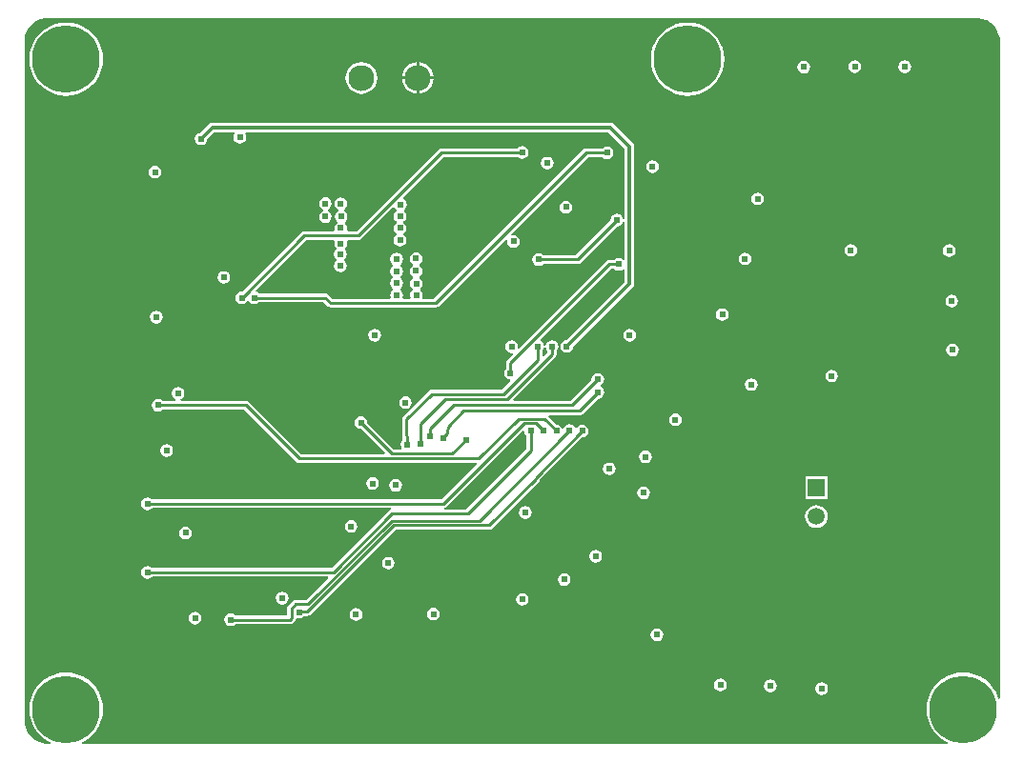
<source format=gbl>
G04*
G04 #@! TF.GenerationSoftware,Altium Limited,Altium Designer,22.3.1 (43)*
G04*
G04 Layer_Physical_Order=4*
G04 Layer_Color=1930808*
%FSLAX25Y25*%
%MOIN*%
G70*
G04*
G04 #@! TF.SameCoordinates,91043D3C-B3B0-4B29-AF2B-9C81C1E79443*
G04*
G04*
G04 #@! TF.FilePolarity,Positive*
G04*
G01*
G75*
%ADD15C,0.01000*%
%ADD88C,0.01200*%
%ADD94R,0.05906X0.05906*%
%ADD95C,0.05906*%
%ADD96C,0.09055*%
%ADD97C,0.02400*%
%ADD98C,0.23622*%
G36*
X336407Y1860D02*
X337928Y1286D01*
X339307Y426D01*
X340492Y-686D01*
X341437Y-2008D01*
X342107Y-3489D01*
X342475Y-5072D01*
X342501Y-5884D01*
X342501Y-6384D01*
Y-13414D01*
Y-15758D01*
Y-22696D01*
Y-40558D01*
Y-42272D01*
Y-46457D01*
Y-49765D01*
Y-53424D01*
Y-62042D01*
Y-64058D01*
Y-68986D01*
Y-72258D01*
Y-76800D01*
Y-79300D01*
Y-84250D01*
Y-88700D01*
Y-93557D01*
Y-97872D01*
Y-103286D01*
Y-108042D01*
Y-110972D01*
Y-114386D01*
Y-119315D01*
Y-123200D01*
X342501Y-128419D01*
Y-133358D01*
Y-137642D01*
Y-141658D01*
Y-146592D01*
Y-151496D01*
Y-155700D01*
Y-158557D01*
Y-163472D01*
Y-168413D01*
Y-172371D01*
Y-175219D01*
Y-180172D01*
Y-184057D01*
Y-187842D01*
Y-191910D01*
Y-196472D01*
Y-201370D01*
Y-205629D01*
Y-210572D01*
Y-215356D01*
Y-226949D01*
Y-231742D01*
Y-236102D01*
X342002Y-236161D01*
X341922Y-235829D01*
X341150Y-233966D01*
X340096Y-232247D01*
X338787Y-230713D01*
X337253Y-229404D01*
X335534Y-228350D01*
X333671Y-227578D01*
X331710Y-227108D01*
X329700Y-226949D01*
X327690Y-227108D01*
X325729Y-227578D01*
X323866Y-228350D01*
X322147Y-229404D01*
X320613Y-230713D01*
X319304Y-232247D01*
X318250Y-233966D01*
X317478Y-235829D01*
X317008Y-237790D01*
X316849Y-239800D01*
X317008Y-241810D01*
X317478Y-243771D01*
X318250Y-245634D01*
X319304Y-247353D01*
X320613Y-248887D01*
X322147Y-250196D01*
X323866Y-251250D01*
X324255Y-251411D01*
X324157Y-251902D01*
X21643Y-251902D01*
X21545Y-251411D01*
X21934Y-251250D01*
X23653Y-250196D01*
X25187Y-248887D01*
X26496Y-247353D01*
X27550Y-245634D01*
X28322Y-243771D01*
X28792Y-241810D01*
X28951Y-239800D01*
X28792Y-237790D01*
X28322Y-235829D01*
X27550Y-233966D01*
X26496Y-232247D01*
X25187Y-230713D01*
X23653Y-229404D01*
X21934Y-228350D01*
X20071Y-227578D01*
X18110Y-227108D01*
X16100Y-226949D01*
X14090Y-227108D01*
X12129Y-227578D01*
X10266Y-228350D01*
X8547Y-229404D01*
X7013Y-230713D01*
X5704Y-232247D01*
X4650Y-233966D01*
X3878Y-235829D01*
X3408Y-237790D01*
X3249Y-239800D01*
X3408Y-241810D01*
X3878Y-243771D01*
X4650Y-245634D01*
X5704Y-247353D01*
X7013Y-248887D01*
X8547Y-250196D01*
X10266Y-251250D01*
X10655Y-251411D01*
X10558Y-251902D01*
X10007D01*
X9195Y-251927D01*
X7592Y-251660D01*
X6072Y-251085D01*
X4693Y-250226D01*
X3508Y-249114D01*
X2563Y-247792D01*
X1893Y-246311D01*
X1525Y-244728D01*
X1499Y-243916D01*
X1499Y-243916D01*
X1498Y-243416D01*
X1498Y-6408D01*
X1473Y-5596D01*
X1740Y-3993D01*
X2314Y-2472D01*
X3174Y-1093D01*
X4286Y92D01*
X5608Y1037D01*
X7089Y1707D01*
X8672Y2075D01*
X9486Y2101D01*
X9490Y2101D01*
X9494Y2101D01*
X9498Y2101D01*
X9500Y2101D01*
X9500Y2101D01*
X333992Y2101D01*
X334804Y2127D01*
X336407Y1860D01*
D02*
G37*
%LPC*%
G36*
X291800Y-12657D02*
X290942Y-12828D01*
X290214Y-13314D01*
X289728Y-14042D01*
X289557Y-14900D01*
X289728Y-15758D01*
X290214Y-16486D01*
X290942Y-16972D01*
X291800Y-17143D01*
X292658Y-16972D01*
X293386Y-16486D01*
X293872Y-15758D01*
X294043Y-14900D01*
X293872Y-14042D01*
X293386Y-13314D01*
X292658Y-12828D01*
X291800Y-12657D01*
D02*
G37*
G36*
X309300Y-12757D02*
X308442Y-12928D01*
X307714Y-13414D01*
X307228Y-14142D01*
X307057Y-15000D01*
X307228Y-15858D01*
X307714Y-16586D01*
X308442Y-17072D01*
X309300Y-17243D01*
X310158Y-17072D01*
X310886Y-16586D01*
X311372Y-15858D01*
X311543Y-15000D01*
X311372Y-14142D01*
X310886Y-13414D01*
X310158Y-12928D01*
X309300Y-12757D01*
D02*
G37*
G36*
X274000Y-12857D02*
X273142Y-13028D01*
X272414Y-13514D01*
X271928Y-14242D01*
X271757Y-15100D01*
X271928Y-15958D01*
X272414Y-16686D01*
X273142Y-17172D01*
X274000Y-17343D01*
X274858Y-17172D01*
X275586Y-16686D01*
X276072Y-15958D01*
X276243Y-15100D01*
X276072Y-14242D01*
X275586Y-13514D01*
X274858Y-13028D01*
X274000Y-12857D01*
D02*
G37*
G36*
X139500Y-13391D02*
Y-18400D01*
X144509D01*
X144385Y-17457D01*
X143828Y-16112D01*
X142942Y-14958D01*
X141788Y-14072D01*
X140443Y-13515D01*
X139500Y-13391D01*
D02*
G37*
G36*
X138500D02*
X137557Y-13515D01*
X136212Y-14072D01*
X135058Y-14958D01*
X134172Y-16112D01*
X133615Y-17457D01*
X133491Y-18400D01*
X138500D01*
Y-13391D01*
D02*
G37*
G36*
X144509Y-19400D02*
X139500D01*
Y-24409D01*
X140443Y-24285D01*
X141788Y-23728D01*
X142942Y-22842D01*
X143828Y-21688D01*
X144385Y-20343D01*
X144509Y-19400D01*
D02*
G37*
G36*
X138500D02*
X133491D01*
X133615Y-20343D01*
X134172Y-21688D01*
X135058Y-22842D01*
X136212Y-23728D01*
X137557Y-24285D01*
X138500Y-24409D01*
Y-19400D01*
D02*
G37*
G36*
X119315Y-13325D02*
X117872Y-13515D01*
X116527Y-14072D01*
X115373Y-14958D01*
X114487Y-16112D01*
X113930Y-17457D01*
X113740Y-18900D01*
X113930Y-20343D01*
X114487Y-21688D01*
X115373Y-22842D01*
X116527Y-23728D01*
X117872Y-24285D01*
X119315Y-24475D01*
X120758Y-24285D01*
X122103Y-23728D01*
X123257Y-22842D01*
X124143Y-21688D01*
X124700Y-20343D01*
X124890Y-18900D01*
X124700Y-17457D01*
X124143Y-16112D01*
X123257Y-14958D01*
X122103Y-14072D01*
X120758Y-13515D01*
X119315Y-13325D01*
D02*
G37*
G36*
X233300Y551D02*
X231290Y392D01*
X229329Y-78D01*
X227466Y-850D01*
X225747Y-1904D01*
X224213Y-3213D01*
X222904Y-4747D01*
X221850Y-6466D01*
X221078Y-8329D01*
X220608Y-10290D01*
X220449Y-12300D01*
X220608Y-14310D01*
X221078Y-16271D01*
X221850Y-18134D01*
X222904Y-19853D01*
X224213Y-21387D01*
X225747Y-22696D01*
X227466Y-23750D01*
X229329Y-24522D01*
X231290Y-24992D01*
X233300Y-25151D01*
X235310Y-24992D01*
X237271Y-24522D01*
X239134Y-23750D01*
X240853Y-22696D01*
X242387Y-21387D01*
X243696Y-19853D01*
X244750Y-18134D01*
X245522Y-16271D01*
X245992Y-14310D01*
X246151Y-12300D01*
X245992Y-10290D01*
X245522Y-8329D01*
X244750Y-6466D01*
X243696Y-4747D01*
X242387Y-3213D01*
X240853Y-1904D01*
X239134Y-850D01*
X237271Y-78D01*
X235310Y392D01*
X233300Y551D01*
D02*
G37*
G36*
X16100D02*
X14090Y392D01*
X12129Y-78D01*
X10266Y-850D01*
X8547Y-1904D01*
X7013Y-3213D01*
X5704Y-4747D01*
X4650Y-6466D01*
X3878Y-8329D01*
X3408Y-10290D01*
X3249Y-12300D01*
X3408Y-14310D01*
X3878Y-16271D01*
X4650Y-18134D01*
X5704Y-19853D01*
X7013Y-21387D01*
X8547Y-22696D01*
X10266Y-23750D01*
X12129Y-24522D01*
X14090Y-24992D01*
X16100Y-25151D01*
X18110Y-24992D01*
X20071Y-24522D01*
X21934Y-23750D01*
X23653Y-22696D01*
X25187Y-21387D01*
X26496Y-19853D01*
X27550Y-18134D01*
X28322Y-16271D01*
X28792Y-14310D01*
X28951Y-12300D01*
X28792Y-10290D01*
X28322Y-8329D01*
X27550Y-6466D01*
X26496Y-4747D01*
X25187Y-3213D01*
X23653Y-1904D01*
X21934Y-850D01*
X20071Y-78D01*
X18110Y392D01*
X16100Y551D01*
D02*
G37*
G36*
X175500Y-42757D02*
X174642Y-42928D01*
X173914Y-43414D01*
X173876Y-43471D01*
X147282D01*
X146696Y-43587D01*
X146200Y-43919D01*
X117548Y-72571D01*
X114519D01*
X114210Y-72071D01*
X114343Y-71400D01*
X114172Y-70542D01*
X113686Y-69814D01*
X113491Y-69683D01*
Y-69183D01*
X113786Y-68986D01*
X114272Y-68258D01*
X114443Y-67400D01*
X114272Y-66542D01*
X113786Y-65814D01*
X113169Y-65402D01*
X113127Y-64991D01*
X113158Y-64839D01*
X113686Y-64486D01*
X114172Y-63758D01*
X114343Y-62900D01*
X114172Y-62042D01*
X113686Y-61314D01*
X112958Y-60828D01*
X112100Y-60657D01*
X111242Y-60828D01*
X110514Y-61314D01*
X110028Y-62042D01*
X109857Y-62900D01*
X110028Y-63758D01*
X110514Y-64486D01*
X111131Y-64899D01*
X111173Y-65309D01*
X111142Y-65461D01*
X110614Y-65814D01*
X110128Y-66542D01*
X109957Y-67400D01*
X110128Y-68258D01*
X110614Y-68986D01*
X110809Y-69117D01*
Y-69617D01*
X110514Y-69814D01*
X110028Y-70542D01*
X109857Y-71400D01*
X109990Y-72071D01*
X109681Y-72571D01*
X99200D01*
X98615Y-72687D01*
X98119Y-73019D01*
X77567Y-93570D01*
X77500Y-93557D01*
X76642Y-93728D01*
X75914Y-94214D01*
X75428Y-94942D01*
X75257Y-95800D01*
X75428Y-96658D01*
X75914Y-97386D01*
X76642Y-97872D01*
X77500Y-98043D01*
X78358Y-97872D01*
X79086Y-97386D01*
X79406Y-96907D01*
X79994D01*
X80314Y-97386D01*
X81042Y-97872D01*
X81900Y-98043D01*
X82758Y-97872D01*
X83486Y-97386D01*
X83524Y-97329D01*
X105915D01*
X107367Y-98781D01*
X107863Y-99113D01*
X108449Y-99229D01*
X145218D01*
X145804Y-99113D01*
X146300Y-98781D01*
X169937Y-75144D01*
X170398Y-75390D01*
X170257Y-76100D01*
X170428Y-76958D01*
X170914Y-77686D01*
X171642Y-78172D01*
X172500Y-78343D01*
X173358Y-78172D01*
X174086Y-77686D01*
X174572Y-76958D01*
X174743Y-76100D01*
X174572Y-75242D01*
X174086Y-74514D01*
X173358Y-74028D01*
X172500Y-73857D01*
X171790Y-73998D01*
X171544Y-73537D01*
X198452Y-46629D01*
X203576D01*
X203614Y-46686D01*
X204342Y-47172D01*
X205200Y-47343D01*
X206058Y-47172D01*
X206786Y-46686D01*
X207272Y-45958D01*
X207443Y-45100D01*
X207272Y-44242D01*
X206786Y-43514D01*
X206058Y-43028D01*
X205200Y-42857D01*
X204342Y-43028D01*
X203614Y-43514D01*
X203576Y-43571D01*
X197818D01*
X197233Y-43687D01*
X196737Y-44019D01*
X144585Y-96171D01*
X140760D01*
X140525Y-95730D01*
X140572Y-95658D01*
X140743Y-94800D01*
X140572Y-93942D01*
X140086Y-93214D01*
X139841Y-93050D01*
Y-92550D01*
X140086Y-92386D01*
X140572Y-91658D01*
X140743Y-90800D01*
X140572Y-89942D01*
X140086Y-89214D01*
X139567Y-88867D01*
X139530Y-88296D01*
X139533Y-88289D01*
X139986Y-87986D01*
X140472Y-87258D01*
X140643Y-86400D01*
X140472Y-85542D01*
X139986Y-84814D01*
X139592Y-84551D01*
Y-83949D01*
X139986Y-83686D01*
X140472Y-82958D01*
X140643Y-82100D01*
X140472Y-81242D01*
X139986Y-80514D01*
X139258Y-80028D01*
X138400Y-79857D01*
X137542Y-80028D01*
X136814Y-80514D01*
X136328Y-81242D01*
X136157Y-82100D01*
X136328Y-82958D01*
X136814Y-83686D01*
X137208Y-83949D01*
Y-84551D01*
X136814Y-84814D01*
X136328Y-85542D01*
X136157Y-86400D01*
X136328Y-87258D01*
X136814Y-87986D01*
X137333Y-88333D01*
X137370Y-88904D01*
X137367Y-88911D01*
X136914Y-89214D01*
X136428Y-89942D01*
X136257Y-90800D01*
X136428Y-91658D01*
X136914Y-92386D01*
X137159Y-92550D01*
Y-93050D01*
X136914Y-93214D01*
X136428Y-93942D01*
X136257Y-94800D01*
X136428Y-95658D01*
X136475Y-95730D01*
X136240Y-96171D01*
X134019D01*
X133710Y-95671D01*
X133843Y-95000D01*
X133672Y-94142D01*
X133186Y-93414D01*
X132792Y-93151D01*
Y-92549D01*
X133186Y-92286D01*
X133672Y-91558D01*
X133843Y-90700D01*
X133672Y-89842D01*
X133186Y-89114D01*
X132866Y-88900D01*
Y-88400D01*
X133186Y-88186D01*
X133672Y-87458D01*
X133843Y-86600D01*
X133672Y-85742D01*
X133186Y-85014D01*
X132792Y-84751D01*
Y-84149D01*
X133186Y-83886D01*
X133672Y-83158D01*
X133843Y-82300D01*
X133672Y-81442D01*
X133186Y-80714D01*
X132458Y-80228D01*
X131600Y-80057D01*
X130742Y-80228D01*
X130014Y-80714D01*
X129528Y-81442D01*
X129357Y-82300D01*
X129528Y-83158D01*
X130014Y-83886D01*
X130408Y-84149D01*
Y-84751D01*
X130014Y-85014D01*
X129528Y-85742D01*
X129357Y-86600D01*
X129528Y-87458D01*
X130014Y-88186D01*
X130334Y-88400D01*
Y-88900D01*
X130014Y-89114D01*
X129528Y-89842D01*
X129357Y-90700D01*
X129528Y-91558D01*
X130014Y-92286D01*
X130408Y-92549D01*
Y-93151D01*
X130014Y-93414D01*
X129528Y-94142D01*
X129357Y-95000D01*
X129490Y-95671D01*
X129181Y-96171D01*
X109082D01*
X107630Y-94719D01*
X107134Y-94387D01*
X106549Y-94271D01*
X83524D01*
X83486Y-94214D01*
X82758Y-93728D01*
X82425Y-93661D01*
X82280Y-93183D01*
X99834Y-75629D01*
X109681D01*
X109990Y-76129D01*
X109857Y-76800D01*
X110028Y-77658D01*
X110495Y-78358D01*
X110559Y-78499D01*
Y-78917D01*
X110414Y-79014D01*
X109928Y-79742D01*
X109757Y-80600D01*
X109928Y-81458D01*
X110414Y-82186D01*
X110734Y-82400D01*
Y-82900D01*
X110414Y-83114D01*
X109928Y-83842D01*
X109757Y-84700D01*
X109928Y-85558D01*
X110414Y-86286D01*
X111142Y-86772D01*
X112000Y-86943D01*
X112858Y-86772D01*
X113586Y-86286D01*
X114072Y-85558D01*
X114243Y-84700D01*
X114072Y-83842D01*
X113586Y-83114D01*
X113266Y-82900D01*
Y-82400D01*
X113586Y-82186D01*
X114072Y-81458D01*
X114243Y-80600D01*
X114072Y-79742D01*
X113605Y-79042D01*
X113540Y-78901D01*
Y-78483D01*
X113686Y-78386D01*
X114172Y-77658D01*
X114343Y-76800D01*
X114210Y-76129D01*
X114519Y-75629D01*
X118182D01*
X118767Y-75513D01*
X119263Y-75181D01*
X130361Y-64083D01*
X130934Y-64218D01*
X131314Y-64786D01*
X131508Y-64916D01*
Y-65517D01*
X131214Y-65714D01*
X130728Y-66442D01*
X130557Y-67300D01*
X130728Y-68158D01*
X131214Y-68886D01*
X131534Y-69100D01*
Y-69600D01*
X131214Y-69814D01*
X130728Y-70542D01*
X130557Y-71400D01*
X130728Y-72258D01*
X131214Y-72986D01*
X131533Y-73199D01*
Y-73801D01*
X131214Y-74014D01*
X130728Y-74742D01*
X130557Y-75600D01*
X130728Y-76458D01*
X131214Y-77186D01*
X131942Y-77672D01*
X132800Y-77843D01*
X133658Y-77672D01*
X134386Y-77186D01*
X134872Y-76458D01*
X135043Y-75600D01*
X134872Y-74742D01*
X134386Y-74014D01*
X134067Y-73801D01*
Y-73199D01*
X134386Y-72986D01*
X134872Y-72258D01*
X135043Y-71400D01*
X134872Y-70542D01*
X134386Y-69814D01*
X134066Y-69600D01*
Y-69100D01*
X134386Y-68886D01*
X134872Y-68158D01*
X135043Y-67300D01*
X134872Y-66442D01*
X134386Y-65714D01*
X134192Y-65584D01*
Y-64983D01*
X134486Y-64786D01*
X134972Y-64058D01*
X135143Y-63200D01*
X134972Y-62342D01*
X134486Y-61614D01*
X133918Y-61234D01*
X133783Y-60662D01*
X147915Y-46529D01*
X173876D01*
X173914Y-46586D01*
X174642Y-47072D01*
X175500Y-47243D01*
X176358Y-47072D01*
X177086Y-46586D01*
X177572Y-45858D01*
X177743Y-45000D01*
X177572Y-44142D01*
X177086Y-43414D01*
X176358Y-42928D01*
X175500Y-42757D01*
D02*
G37*
G36*
X184300Y-46457D02*
X183442Y-46628D01*
X182714Y-47114D01*
X182228Y-47842D01*
X182057Y-48700D01*
X182228Y-49558D01*
X182714Y-50286D01*
X183442Y-50772D01*
X184300Y-50943D01*
X185158Y-50772D01*
X185886Y-50286D01*
X186372Y-49558D01*
X186543Y-48700D01*
X186372Y-47842D01*
X185886Y-47114D01*
X185158Y-46628D01*
X184300Y-46457D01*
D02*
G37*
G36*
X221100Y-47657D02*
X220242Y-47828D01*
X219514Y-48314D01*
X219028Y-49042D01*
X218857Y-49900D01*
X219028Y-50758D01*
X219514Y-51486D01*
X220242Y-51972D01*
X221100Y-52143D01*
X221958Y-51972D01*
X222686Y-51486D01*
X223172Y-50758D01*
X223343Y-49900D01*
X223172Y-49042D01*
X222686Y-48314D01*
X221958Y-47828D01*
X221100Y-47657D01*
D02*
G37*
G36*
X47150Y-49594D02*
X46292Y-49765D01*
X45564Y-50251D01*
X45078Y-50979D01*
X44907Y-51837D01*
X45078Y-52696D01*
X45564Y-53424D01*
X46292Y-53910D01*
X47150Y-54080D01*
X48009Y-53910D01*
X48737Y-53424D01*
X49223Y-52696D01*
X49393Y-51837D01*
X49223Y-50979D01*
X48737Y-50251D01*
X48009Y-49765D01*
X47150Y-49594D01*
D02*
G37*
G36*
X257800Y-58957D02*
X256942Y-59128D01*
X256214Y-59614D01*
X255728Y-60342D01*
X255557Y-61200D01*
X255728Y-62058D01*
X256214Y-62786D01*
X256942Y-63272D01*
X257800Y-63443D01*
X258658Y-63272D01*
X259386Y-62786D01*
X259872Y-62058D01*
X260043Y-61200D01*
X259872Y-60342D01*
X259386Y-59614D01*
X258658Y-59128D01*
X257800Y-58957D01*
D02*
G37*
G36*
X190800Y-61857D02*
X189942Y-62028D01*
X189214Y-62514D01*
X188728Y-63242D01*
X188557Y-64100D01*
X188728Y-64958D01*
X189214Y-65686D01*
X189942Y-66172D01*
X190800Y-66343D01*
X191658Y-66172D01*
X192386Y-65686D01*
X192872Y-64958D01*
X193043Y-64100D01*
X192872Y-63242D01*
X192386Y-62514D01*
X191658Y-62028D01*
X190800Y-61857D01*
D02*
G37*
G36*
X206300Y-34569D02*
X67200D01*
X66576Y-34693D01*
X66047Y-35046D01*
X63120Y-37973D01*
X62342Y-38128D01*
X61614Y-38614D01*
X61128Y-39342D01*
X60957Y-40200D01*
X61128Y-41058D01*
X61614Y-41786D01*
X62342Y-42272D01*
X63200Y-42443D01*
X64058Y-42272D01*
X64786Y-41786D01*
X65272Y-41058D01*
X65427Y-40280D01*
X67876Y-37831D01*
X74805D01*
X75069Y-38331D01*
X74728Y-38842D01*
X74557Y-39700D01*
X74728Y-40558D01*
X75214Y-41286D01*
X75942Y-41772D01*
X76800Y-41943D01*
X77658Y-41772D01*
X78386Y-41286D01*
X78872Y-40558D01*
X79043Y-39700D01*
X78872Y-38842D01*
X78531Y-38331D01*
X78795Y-37831D01*
X205624D01*
X211369Y-43576D01*
Y-68002D01*
X211218Y-68439D01*
X211218Y-68439D01*
Y-68439D01*
X210869Y-68473D01*
X210859Y-68427D01*
X210741Y-67832D01*
X210255Y-67104D01*
X209527Y-66618D01*
X208669Y-66447D01*
X207810Y-66618D01*
X207083Y-67104D01*
X206596Y-67832D01*
X206426Y-68690D01*
X206439Y-68757D01*
X194325Y-80871D01*
X182924D01*
X182886Y-80814D01*
X182158Y-80328D01*
X181300Y-80157D01*
X180442Y-80328D01*
X179714Y-80814D01*
X179228Y-81542D01*
X179057Y-82400D01*
X179228Y-83258D01*
X179714Y-83986D01*
X180442Y-84472D01*
X181300Y-84643D01*
X182158Y-84472D01*
X182886Y-83986D01*
X182924Y-83929D01*
X194959D01*
X195544Y-83813D01*
X196040Y-83481D01*
X208602Y-70920D01*
X208669Y-70933D01*
X209527Y-70763D01*
X210255Y-70276D01*
X210741Y-69549D01*
X210859Y-68953D01*
X210869Y-68907D01*
X211218Y-68941D01*
Y-68941D01*
X211218Y-68941D01*
X211369Y-69379D01*
Y-82375D01*
X211093Y-82458D01*
X210869Y-82502D01*
X210158Y-82028D01*
X209300Y-81857D01*
X208442Y-82028D01*
X207714Y-82514D01*
X207676Y-82571D01*
X205982D01*
X205396Y-82687D01*
X204900Y-83019D01*
X174437Y-113481D01*
X173976Y-113235D01*
X174043Y-112900D01*
X173872Y-112042D01*
X173386Y-111314D01*
X172658Y-110828D01*
X171800Y-110657D01*
X170942Y-110828D01*
X170214Y-111314D01*
X169728Y-112042D01*
X169557Y-112900D01*
X169728Y-113758D01*
X170214Y-114486D01*
X170942Y-114972D01*
X171800Y-115143D01*
X172135Y-115076D01*
X172381Y-115537D01*
X170319Y-117600D01*
X169987Y-118096D01*
X169871Y-118682D01*
Y-120576D01*
X169814Y-120614D01*
X169328Y-121342D01*
X169157Y-122200D01*
X169328Y-123058D01*
X169814Y-123786D01*
X170542Y-124272D01*
X171222Y-124408D01*
X171429Y-124908D01*
X168367Y-127971D01*
X143900D01*
X143315Y-128087D01*
X142819Y-128419D01*
X133919Y-137319D01*
X133587Y-137815D01*
X133471Y-138400D01*
Y-143983D01*
X133587Y-144568D01*
X133753Y-144817D01*
Y-145559D01*
X133697Y-145597D01*
X133211Y-146325D01*
X133040Y-147183D01*
X133211Y-148041D01*
X133387Y-148306D01*
X133120Y-148806D01*
X130569D01*
X121348Y-139585D01*
X121371Y-139472D01*
X121200Y-138614D01*
X120714Y-137886D01*
X119986Y-137400D01*
X119128Y-137229D01*
X118269Y-137400D01*
X117541Y-137886D01*
X117055Y-138614D01*
X116884Y-139472D01*
X117055Y-140331D01*
X117541Y-141059D01*
X118269Y-141545D01*
X119128Y-141716D01*
X119149Y-141711D01*
X127496Y-150059D01*
X127304Y-150521D01*
X98191D01*
X79989Y-132319D01*
X79493Y-131987D01*
X78908Y-131871D01*
X56116D01*
X56058Y-131372D01*
X56786Y-130886D01*
X57272Y-130158D01*
X57443Y-129300D01*
X57272Y-128442D01*
X56786Y-127714D01*
X56058Y-127228D01*
X55200Y-127057D01*
X54342Y-127228D01*
X53614Y-127714D01*
X53128Y-128442D01*
X52957Y-129300D01*
X53128Y-130158D01*
X53614Y-130886D01*
X54342Y-131372D01*
X54284Y-131871D01*
X49824D01*
X49786Y-131814D01*
X49058Y-131328D01*
X48200Y-131157D01*
X47342Y-131328D01*
X46614Y-131814D01*
X46128Y-132542D01*
X45957Y-133400D01*
X46128Y-134258D01*
X46614Y-134986D01*
X47342Y-135472D01*
X48200Y-135643D01*
X49058Y-135472D01*
X49786Y-134986D01*
X49824Y-134929D01*
X78274D01*
X96476Y-153131D01*
X96973Y-153463D01*
X97558Y-153579D01*
X159504D01*
X159696Y-154041D01*
X147366Y-166371D01*
X46124D01*
X46086Y-166314D01*
X45358Y-165828D01*
X44500Y-165657D01*
X43642Y-165828D01*
X42914Y-166314D01*
X42428Y-167042D01*
X42257Y-167900D01*
X42428Y-168758D01*
X42914Y-169486D01*
X43642Y-169972D01*
X44500Y-170143D01*
X45358Y-169972D01*
X46086Y-169486D01*
X46124Y-169429D01*
X129655D01*
X129704Y-169929D01*
X129415Y-169987D01*
X128919Y-170319D01*
X108867Y-190371D01*
X46127D01*
X46096Y-190323D01*
X45368Y-189837D01*
X44510Y-189666D01*
X43651Y-189837D01*
X42924Y-190323D01*
X42437Y-191051D01*
X42266Y-191910D01*
X42437Y-192768D01*
X42924Y-193496D01*
X43651Y-193982D01*
X44510Y-194153D01*
X45368Y-193982D01*
X46096Y-193496D01*
X46140Y-193429D01*
X107533D01*
X107724Y-193891D01*
X100045Y-201571D01*
X96382D01*
X95796Y-201687D01*
X95300Y-202019D01*
X93719Y-203600D01*
X93387Y-204096D01*
X93271Y-204682D01*
Y-206918D01*
X93228Y-206971D01*
X75224D01*
X75186Y-206914D01*
X74458Y-206428D01*
X73600Y-206257D01*
X72742Y-206428D01*
X72014Y-206914D01*
X71528Y-207642D01*
X71357Y-208500D01*
X71528Y-209358D01*
X72014Y-210086D01*
X72742Y-210572D01*
X73600Y-210743D01*
X74458Y-210572D01*
X75186Y-210086D01*
X75224Y-210029D01*
X94382D01*
X94967Y-209913D01*
X95463Y-209581D01*
X96049Y-208996D01*
X96380Y-208500D01*
X96420Y-208299D01*
X96617Y-207921D01*
X96986Y-207941D01*
X97500Y-208043D01*
X98358Y-207872D01*
X99086Y-207386D01*
X99191Y-207229D01*
X100200D01*
X100785Y-207113D01*
X101281Y-206781D01*
X131133Y-176929D01*
X164000D01*
X164585Y-176813D01*
X165081Y-176481D01*
X181198Y-160365D01*
X181529Y-159869D01*
X181612Y-159451D01*
X196433Y-144630D01*
X196500Y-144643D01*
X197358Y-144472D01*
X198086Y-143986D01*
X198572Y-143258D01*
X198743Y-142400D01*
X198572Y-141542D01*
X198086Y-140814D01*
X197358Y-140328D01*
X196500Y-140157D01*
X195642Y-140328D01*
X194914Y-140814D01*
X194612Y-141266D01*
X194606Y-141268D01*
X194033Y-141232D01*
X193687Y-140714D01*
X192959Y-140228D01*
X192101Y-140057D01*
X191243Y-140228D01*
X190515Y-140714D01*
X190045Y-141417D01*
X189900Y-141455D01*
X189516Y-141457D01*
X189086Y-140814D01*
X188358Y-140328D01*
X187500Y-140157D01*
X187433Y-140170D01*
X184692Y-137429D01*
X184899Y-136929D01*
X195500D01*
X196085Y-136813D01*
X196581Y-136481D01*
X201933Y-131130D01*
X202000Y-131143D01*
X202858Y-130972D01*
X203586Y-130486D01*
X204072Y-129758D01*
X204243Y-128900D01*
X204072Y-128042D01*
X203586Y-127314D01*
X203008Y-126928D01*
X202992Y-126878D01*
Y-126422D01*
X203008Y-126372D01*
X203586Y-125986D01*
X204072Y-125258D01*
X204243Y-124400D01*
X204072Y-123542D01*
X203586Y-122814D01*
X202858Y-122328D01*
X202000Y-122157D01*
X201142Y-122328D01*
X200414Y-122814D01*
X199928Y-123542D01*
X199757Y-124400D01*
X199770Y-124467D01*
X192367Y-131871D01*
X172546D01*
X172354Y-131409D01*
X187081Y-116681D01*
X187413Y-116185D01*
X187529Y-115600D01*
Y-114524D01*
X187586Y-114486D01*
X188072Y-113758D01*
X188243Y-112900D01*
X188072Y-112042D01*
X187586Y-111314D01*
X186858Y-110828D01*
X186000Y-110657D01*
X185142Y-110828D01*
X184414Y-111314D01*
X183928Y-112042D01*
X183757Y-112900D01*
X183928Y-113758D01*
X184414Y-114486D01*
X184417Y-114488D01*
X184447Y-114990D01*
X182991Y-116446D01*
X182529Y-116254D01*
Y-114524D01*
X182586Y-114486D01*
X183072Y-113758D01*
X183243Y-112900D01*
X183072Y-112042D01*
X182586Y-111314D01*
X182018Y-110934D01*
X181883Y-110362D01*
X206615Y-85629D01*
X207676D01*
X207714Y-85686D01*
X208442Y-86172D01*
X209300Y-86343D01*
X210158Y-86172D01*
X210869Y-85698D01*
X211093Y-85742D01*
X211369Y-85825D01*
Y-90224D01*
X191020Y-110573D01*
X190242Y-110728D01*
X189514Y-111214D01*
X189028Y-111942D01*
X188857Y-112800D01*
X189028Y-113658D01*
X189514Y-114386D01*
X190242Y-114872D01*
X191100Y-115043D01*
X191958Y-114872D01*
X192686Y-114386D01*
X193172Y-113658D01*
X193327Y-112880D01*
X214154Y-92054D01*
X214507Y-91524D01*
X214631Y-90900D01*
Y-42900D01*
X214507Y-42276D01*
X214154Y-41747D01*
X207453Y-35046D01*
X206924Y-34693D01*
X206300Y-34569D01*
D02*
G37*
G36*
X106700Y-60557D02*
X105842Y-60728D01*
X105114Y-61214D01*
X104628Y-61942D01*
X104457Y-62800D01*
X104628Y-63658D01*
X105114Y-64386D01*
X105779Y-64830D01*
X105813Y-65100D01*
X105779Y-65370D01*
X105114Y-65814D01*
X104628Y-66542D01*
X104457Y-67400D01*
X104628Y-68258D01*
X105114Y-68986D01*
X105842Y-69472D01*
X106700Y-69643D01*
X107558Y-69472D01*
X108286Y-68986D01*
X108772Y-68258D01*
X108943Y-67400D01*
X108772Y-66542D01*
X108286Y-65814D01*
X107621Y-65370D01*
X107587Y-65100D01*
X107621Y-64830D01*
X108286Y-64386D01*
X108772Y-63658D01*
X108943Y-62800D01*
X108772Y-61942D01*
X108286Y-61214D01*
X107558Y-60728D01*
X106700Y-60557D01*
D02*
G37*
G36*
X290400Y-76957D02*
X289542Y-77128D01*
X288814Y-77614D01*
X288328Y-78342D01*
X288157Y-79200D01*
X288328Y-80058D01*
X288814Y-80786D01*
X289542Y-81272D01*
X290400Y-81443D01*
X291258Y-81272D01*
X291986Y-80786D01*
X292472Y-80058D01*
X292643Y-79200D01*
X292472Y-78342D01*
X291986Y-77614D01*
X291258Y-77128D01*
X290400Y-76957D01*
D02*
G37*
G36*
X324800Y-77057D02*
X323942Y-77228D01*
X323214Y-77714D01*
X322728Y-78442D01*
X322557Y-79300D01*
X322728Y-80158D01*
X323214Y-80886D01*
X323942Y-81372D01*
X324800Y-81543D01*
X325658Y-81372D01*
X326386Y-80886D01*
X326872Y-80158D01*
X327043Y-79300D01*
X326872Y-78442D01*
X326386Y-77714D01*
X325658Y-77228D01*
X324800Y-77057D01*
D02*
G37*
G36*
X253400Y-79957D02*
X252542Y-80128D01*
X251814Y-80614D01*
X251328Y-81342D01*
X251157Y-82200D01*
X251328Y-83058D01*
X251814Y-83786D01*
X252542Y-84272D01*
X253400Y-84443D01*
X254258Y-84272D01*
X254986Y-83786D01*
X255472Y-83058D01*
X255643Y-82200D01*
X255472Y-81342D01*
X254986Y-80614D01*
X254258Y-80128D01*
X253400Y-79957D01*
D02*
G37*
G36*
X71200Y-86457D02*
X70342Y-86628D01*
X69614Y-87114D01*
X69128Y-87842D01*
X68957Y-88700D01*
X69128Y-89558D01*
X69614Y-90286D01*
X70342Y-90772D01*
X71200Y-90943D01*
X72058Y-90772D01*
X72786Y-90286D01*
X73272Y-89558D01*
X73443Y-88700D01*
X73272Y-87842D01*
X72786Y-87114D01*
X72058Y-86628D01*
X71200Y-86457D01*
D02*
G37*
G36*
X325700Y-94757D02*
X324842Y-94928D01*
X324114Y-95414D01*
X323628Y-96142D01*
X323457Y-97000D01*
X323628Y-97858D01*
X324114Y-98586D01*
X324842Y-99072D01*
X325700Y-99243D01*
X326558Y-99072D01*
X327286Y-98586D01*
X327772Y-97858D01*
X327943Y-97000D01*
X327772Y-96142D01*
X327286Y-95414D01*
X326558Y-94928D01*
X325700Y-94757D01*
D02*
G37*
G36*
X245500Y-99457D02*
X244642Y-99628D01*
X243914Y-100114D01*
X243428Y-100842D01*
X243257Y-101700D01*
X243428Y-102558D01*
X243914Y-103286D01*
X244642Y-103772D01*
X245500Y-103943D01*
X246358Y-103772D01*
X247086Y-103286D01*
X247572Y-102558D01*
X247743Y-101700D01*
X247572Y-100842D01*
X247086Y-100114D01*
X246358Y-99628D01*
X245500Y-99457D01*
D02*
G37*
G36*
X47612Y-100341D02*
X46754Y-100512D01*
X46026Y-100998D01*
X45540Y-101726D01*
X45369Y-102585D01*
X45540Y-103443D01*
X46026Y-104171D01*
X46754Y-104657D01*
X47612Y-104828D01*
X48471Y-104657D01*
X49198Y-104171D01*
X49685Y-103443D01*
X49856Y-102585D01*
X49685Y-101726D01*
X49198Y-100998D01*
X48471Y-100512D01*
X47612Y-100341D01*
D02*
G37*
G36*
X213100Y-106657D02*
X212242Y-106828D01*
X211514Y-107314D01*
X211028Y-108042D01*
X210857Y-108900D01*
X211028Y-109758D01*
X211514Y-110486D01*
X212242Y-110972D01*
X213100Y-111143D01*
X213958Y-110972D01*
X214686Y-110486D01*
X215172Y-109758D01*
X215343Y-108900D01*
X215172Y-108042D01*
X214686Y-107314D01*
X213958Y-106828D01*
X213100Y-106657D01*
D02*
G37*
G36*
X124000D02*
X123142Y-106828D01*
X122414Y-107314D01*
X121928Y-108042D01*
X121757Y-108900D01*
X121928Y-109758D01*
X122414Y-110486D01*
X123142Y-110972D01*
X124000Y-111143D01*
X124858Y-110972D01*
X125586Y-110486D01*
X126072Y-109758D01*
X126243Y-108900D01*
X126072Y-108042D01*
X125586Y-107314D01*
X124858Y-106828D01*
X124000Y-106657D01*
D02*
G37*
G36*
X326000Y-111857D02*
X325142Y-112028D01*
X324414Y-112514D01*
X323928Y-113242D01*
X323757Y-114100D01*
X323928Y-114958D01*
X324414Y-115686D01*
X325142Y-116172D01*
X326000Y-116343D01*
X326858Y-116172D01*
X327586Y-115686D01*
X328072Y-114958D01*
X328243Y-114100D01*
X328072Y-113242D01*
X327586Y-112514D01*
X326858Y-112028D01*
X326000Y-111857D01*
D02*
G37*
G36*
X283700Y-120957D02*
X282842Y-121128D01*
X282114Y-121614D01*
X281628Y-122342D01*
X281457Y-123200D01*
X281628Y-124058D01*
X282114Y-124786D01*
X282842Y-125272D01*
X283700Y-125443D01*
X284558Y-125272D01*
X285286Y-124786D01*
X285772Y-124058D01*
X285943Y-123200D01*
X285772Y-122342D01*
X285286Y-121614D01*
X284558Y-121128D01*
X283700Y-120957D01*
D02*
G37*
G36*
X255600Y-123957D02*
X254742Y-124128D01*
X254014Y-124614D01*
X253528Y-125342D01*
X253357Y-126200D01*
X253528Y-127058D01*
X254014Y-127786D01*
X254742Y-128272D01*
X255600Y-128443D01*
X256458Y-128272D01*
X257186Y-127786D01*
X257672Y-127058D01*
X257843Y-126200D01*
X257672Y-125342D01*
X257186Y-124614D01*
X256458Y-124128D01*
X255600Y-123957D01*
D02*
G37*
G36*
X134700Y-130257D02*
X133842Y-130428D01*
X133114Y-130914D01*
X132628Y-131642D01*
X132457Y-132500D01*
X132628Y-133358D01*
X133114Y-134086D01*
X133842Y-134572D01*
X134700Y-134743D01*
X135558Y-134572D01*
X136286Y-134086D01*
X136772Y-133358D01*
X136943Y-132500D01*
X136772Y-131642D01*
X136286Y-130914D01*
X135558Y-130428D01*
X134700Y-130257D01*
D02*
G37*
G36*
X229100Y-136257D02*
X228242Y-136428D01*
X227514Y-136914D01*
X227028Y-137642D01*
X226857Y-138500D01*
X227028Y-139358D01*
X227514Y-140086D01*
X228242Y-140572D01*
X229100Y-140743D01*
X229958Y-140572D01*
X230686Y-140086D01*
X231172Y-139358D01*
X231343Y-138500D01*
X231172Y-137642D01*
X230686Y-136914D01*
X229958Y-136428D01*
X229100Y-136257D01*
D02*
G37*
G36*
X51200Y-147057D02*
X50342Y-147228D01*
X49614Y-147714D01*
X49128Y-148442D01*
X48957Y-149300D01*
X49128Y-150158D01*
X49614Y-150886D01*
X50342Y-151372D01*
X51200Y-151543D01*
X52058Y-151372D01*
X52786Y-150886D01*
X53272Y-150158D01*
X53443Y-149300D01*
X53272Y-148442D01*
X52786Y-147714D01*
X52058Y-147228D01*
X51200Y-147057D01*
D02*
G37*
G36*
X218600Y-149253D02*
X217742Y-149424D01*
X217014Y-149910D01*
X216528Y-150638D01*
X216357Y-151496D01*
X216528Y-152355D01*
X217014Y-153082D01*
X217742Y-153568D01*
X218600Y-153739D01*
X219458Y-153568D01*
X220186Y-153082D01*
X220672Y-152355D01*
X220843Y-151496D01*
X220672Y-150638D01*
X220186Y-149910D01*
X219458Y-149424D01*
X218600Y-149253D01*
D02*
G37*
G36*
X206000Y-153457D02*
X205142Y-153628D01*
X204414Y-154114D01*
X203928Y-154842D01*
X203757Y-155700D01*
X203928Y-156558D01*
X204414Y-157286D01*
X205142Y-157772D01*
X206000Y-157943D01*
X206858Y-157772D01*
X207586Y-157286D01*
X208072Y-156558D01*
X208243Y-155700D01*
X208072Y-154842D01*
X207586Y-154114D01*
X206858Y-153628D01*
X206000Y-153457D01*
D02*
G37*
G36*
X123200Y-158557D02*
X122342Y-158728D01*
X121614Y-159214D01*
X121128Y-159942D01*
X120957Y-160800D01*
X121128Y-161658D01*
X121614Y-162386D01*
X122342Y-162872D01*
X123200Y-163043D01*
X124058Y-162872D01*
X124786Y-162386D01*
X125272Y-161658D01*
X125443Y-160800D01*
X125272Y-159942D01*
X124786Y-159214D01*
X124058Y-158728D01*
X123200Y-158557D01*
D02*
G37*
G36*
X131300Y-159157D02*
X130442Y-159328D01*
X129714Y-159814D01*
X129228Y-160542D01*
X129057Y-161400D01*
X129228Y-162258D01*
X129714Y-162986D01*
X130442Y-163472D01*
X131300Y-163643D01*
X132158Y-163472D01*
X132886Y-162986D01*
X133372Y-162258D01*
X133543Y-161400D01*
X133372Y-160542D01*
X132886Y-159814D01*
X132158Y-159328D01*
X131300Y-159157D01*
D02*
G37*
G36*
X218000Y-161857D02*
X217142Y-162028D01*
X216414Y-162514D01*
X215928Y-163242D01*
X215757Y-164100D01*
X215928Y-164958D01*
X216414Y-165686D01*
X217142Y-166172D01*
X218000Y-166343D01*
X218858Y-166172D01*
X219586Y-165686D01*
X220072Y-164958D01*
X220243Y-164100D01*
X220072Y-163242D01*
X219586Y-162514D01*
X218858Y-162028D01*
X218000Y-161857D01*
D02*
G37*
G36*
X282353Y-158447D02*
X274447D01*
Y-166353D01*
X282353D01*
Y-158447D01*
D02*
G37*
G36*
X176600Y-168757D02*
X175742Y-168928D01*
X175014Y-169414D01*
X174528Y-170142D01*
X174357Y-171000D01*
X174528Y-171858D01*
X175014Y-172586D01*
X175742Y-173072D01*
X176600Y-173243D01*
X177458Y-173072D01*
X178186Y-172586D01*
X178672Y-171858D01*
X178843Y-171000D01*
X178672Y-170142D01*
X178186Y-169414D01*
X177458Y-168928D01*
X176600Y-168757D01*
D02*
G37*
G36*
X278400Y-168413D02*
X277368Y-168549D01*
X276407Y-168947D01*
X275581Y-169581D01*
X274947Y-170407D01*
X274549Y-171368D01*
X274413Y-172400D01*
X274549Y-173432D01*
X274947Y-174393D01*
X275581Y-175219D01*
X276407Y-175853D01*
X277368Y-176251D01*
X278400Y-176387D01*
X279432Y-176251D01*
X280393Y-175853D01*
X281219Y-175219D01*
X281853Y-174393D01*
X282251Y-173432D01*
X282387Y-172400D01*
X282251Y-171368D01*
X281853Y-170407D01*
X281219Y-169581D01*
X280393Y-168947D01*
X279432Y-168549D01*
X278400Y-168413D01*
D02*
G37*
G36*
X115700Y-173557D02*
X114842Y-173728D01*
X114114Y-174214D01*
X113628Y-174942D01*
X113457Y-175800D01*
X113628Y-176658D01*
X114114Y-177386D01*
X114842Y-177872D01*
X115700Y-178043D01*
X116558Y-177872D01*
X117286Y-177386D01*
X117772Y-176658D01*
X117943Y-175800D01*
X117772Y-174942D01*
X117286Y-174214D01*
X116558Y-173728D01*
X115700Y-173557D01*
D02*
G37*
G36*
X57800Y-175857D02*
X56942Y-176028D01*
X56214Y-176514D01*
X55728Y-177242D01*
X55557Y-178100D01*
X55728Y-178958D01*
X56214Y-179686D01*
X56942Y-180172D01*
X57800Y-180343D01*
X58658Y-180172D01*
X59386Y-179686D01*
X59872Y-178958D01*
X60043Y-178100D01*
X59872Y-177242D01*
X59386Y-176514D01*
X58658Y-176028D01*
X57800Y-175857D01*
D02*
G37*
G36*
X201200Y-184057D02*
X200342Y-184228D01*
X199614Y-184714D01*
X199128Y-185442D01*
X198957Y-186300D01*
X199128Y-187158D01*
X199614Y-187886D01*
X200342Y-188372D01*
X201200Y-188543D01*
X202058Y-188372D01*
X202786Y-187886D01*
X203272Y-187158D01*
X203443Y-186300D01*
X203272Y-185442D01*
X202786Y-184714D01*
X202058Y-184228D01*
X201200Y-184057D01*
D02*
G37*
G36*
X128700Y-186457D02*
X127842Y-186628D01*
X127114Y-187114D01*
X126628Y-187842D01*
X126457Y-188700D01*
X126628Y-189558D01*
X127114Y-190286D01*
X127842Y-190772D01*
X128700Y-190943D01*
X129558Y-190772D01*
X130286Y-190286D01*
X130772Y-189558D01*
X130943Y-188700D01*
X130772Y-187842D01*
X130286Y-187114D01*
X129558Y-186628D01*
X128700Y-186457D01*
D02*
G37*
G36*
X190200Y-192157D02*
X189342Y-192328D01*
X188614Y-192814D01*
X188128Y-193542D01*
X187957Y-194400D01*
X188128Y-195258D01*
X188614Y-195986D01*
X189342Y-196472D01*
X190200Y-196643D01*
X191058Y-196472D01*
X191786Y-195986D01*
X192272Y-195258D01*
X192443Y-194400D01*
X192272Y-193542D01*
X191786Y-192814D01*
X191058Y-192328D01*
X190200Y-192157D01*
D02*
G37*
G36*
X91600Y-198657D02*
X90742Y-198828D01*
X90014Y-199314D01*
X89528Y-200042D01*
X89357Y-200900D01*
X89528Y-201758D01*
X90014Y-202486D01*
X90742Y-202972D01*
X91600Y-203143D01*
X92458Y-202972D01*
X93186Y-202486D01*
X93672Y-201758D01*
X93843Y-200900D01*
X93672Y-200042D01*
X93186Y-199314D01*
X92458Y-198828D01*
X91600Y-198657D01*
D02*
G37*
G36*
X175530Y-199127D02*
X174671Y-199298D01*
X173944Y-199784D01*
X173458Y-200512D01*
X173287Y-201370D01*
X173458Y-202228D01*
X173944Y-202956D01*
X174671Y-203443D01*
X175530Y-203613D01*
X176388Y-203443D01*
X177116Y-202956D01*
X177602Y-202228D01*
X177773Y-201370D01*
X177602Y-200512D01*
X177116Y-199784D01*
X176388Y-199298D01*
X175530Y-199127D01*
D02*
G37*
G36*
X144446Y-204257D02*
X143588Y-204428D01*
X142860Y-204914D01*
X142374Y-205642D01*
X142203Y-206500D01*
X142374Y-207358D01*
X142860Y-208086D01*
X143588Y-208572D01*
X144446Y-208743D01*
X145305Y-208572D01*
X146032Y-208086D01*
X146519Y-207358D01*
X146689Y-206500D01*
X146519Y-205642D01*
X146032Y-204914D01*
X145305Y-204428D01*
X144446Y-204257D01*
D02*
G37*
G36*
X117400Y-204357D02*
X116542Y-204528D01*
X115814Y-205014D01*
X115328Y-205742D01*
X115157Y-206600D01*
X115328Y-207458D01*
X115814Y-208186D01*
X116542Y-208672D01*
X117400Y-208843D01*
X118258Y-208672D01*
X118986Y-208186D01*
X119472Y-207458D01*
X119643Y-206600D01*
X119472Y-205742D01*
X118986Y-205014D01*
X118258Y-204528D01*
X117400Y-204357D01*
D02*
G37*
G36*
X61158Y-205629D02*
X60300Y-205800D01*
X59572Y-206286D01*
X59086Y-207014D01*
X58915Y-207872D01*
X59086Y-208731D01*
X59572Y-209458D01*
X60300Y-209945D01*
X61158Y-210116D01*
X62017Y-209945D01*
X62744Y-209458D01*
X63231Y-208731D01*
X63402Y-207872D01*
X63231Y-207014D01*
X62744Y-206286D01*
X62017Y-205800D01*
X61158Y-205629D01*
D02*
G37*
G36*
X222670Y-211527D02*
X221812Y-211698D01*
X221084Y-212184D01*
X220598Y-212912D01*
X220427Y-213770D01*
X220598Y-214629D01*
X221084Y-215356D01*
X221812Y-215843D01*
X222670Y-216013D01*
X223529Y-215843D01*
X224256Y-215356D01*
X224743Y-214629D01*
X224913Y-213770D01*
X224743Y-212912D01*
X224256Y-212184D01*
X223529Y-211698D01*
X222670Y-211527D01*
D02*
G37*
G36*
X244800Y-229057D02*
X243942Y-229228D01*
X243214Y-229714D01*
X242728Y-230442D01*
X242557Y-231300D01*
X242728Y-232158D01*
X243214Y-232886D01*
X243942Y-233372D01*
X244800Y-233543D01*
X245658Y-233372D01*
X246386Y-232886D01*
X246872Y-232158D01*
X247043Y-231300D01*
X246872Y-230442D01*
X246386Y-229714D01*
X245658Y-229228D01*
X244800Y-229057D01*
D02*
G37*
G36*
X262267Y-229397D02*
X261409Y-229568D01*
X260681Y-230054D01*
X260195Y-230782D01*
X260024Y-231640D01*
X260195Y-232498D01*
X260681Y-233226D01*
X261409Y-233712D01*
X262267Y-233883D01*
X263125Y-233712D01*
X263853Y-233226D01*
X264339Y-232498D01*
X264510Y-231640D01*
X264339Y-230782D01*
X263853Y-230054D01*
X263125Y-229568D01*
X262267Y-229397D01*
D02*
G37*
G36*
X280200Y-230357D02*
X279342Y-230528D01*
X278614Y-231014D01*
X278128Y-231742D01*
X277957Y-232600D01*
X278128Y-233458D01*
X278614Y-234186D01*
X279342Y-234672D01*
X280200Y-234843D01*
X281058Y-234672D01*
X281786Y-234186D01*
X282272Y-233458D01*
X282443Y-232600D01*
X282272Y-231742D01*
X281786Y-231014D01*
X281058Y-230528D01*
X280200Y-230357D01*
D02*
G37*
%LPD*%
G36*
X176276Y-142494D02*
X176428Y-143258D01*
X176914Y-143986D01*
X176971Y-144024D01*
Y-148767D01*
X155867Y-169871D01*
X148345D01*
X148295Y-169371D01*
X148585Y-169313D01*
X149081Y-168981D01*
X175817Y-142246D01*
X176276Y-142494D01*
D02*
G37*
D15*
X119128Y-139527D02*
X129935Y-150335D01*
X119128Y-139527D02*
Y-139472D01*
X78908Y-133400D02*
X97558Y-152050D01*
X160350D01*
X48200Y-133400D02*
X78908D01*
X73600Y-208500D02*
X94382D01*
X108449Y-97700D02*
X145218D01*
X197818Y-45100D01*
X205200D01*
X171400Y-118682D02*
X205982Y-84100D01*
X171400Y-122200D02*
Y-118682D01*
X205982Y-84100D02*
X209300D01*
X160350Y-152050D02*
X174200Y-138200D01*
X129935Y-150335D02*
X150965D01*
X155800Y-145500D01*
X135283Y-147183D02*
Y-144266D01*
X139871Y-147009D02*
X140000Y-146880D01*
Y-140100D01*
X148700Y-131400D01*
X143421Y-144409D02*
Y-141679D01*
X151700Y-133400D01*
X174200Y-138200D02*
X183300D01*
X181300Y-82400D02*
X194959D01*
X208669Y-68690D01*
X181000Y-117500D02*
Y-112900D01*
X106549Y-95800D02*
X108449Y-97700D01*
X81900Y-95800D02*
X106549D01*
X147282Y-45000D02*
X175500D01*
X118182Y-74100D02*
X147282Y-45000D01*
X99200Y-74100D02*
X118182D01*
X77500Y-95800D02*
X99200Y-74100D01*
X44510Y-191910D02*
X44519Y-191900D01*
X109500D01*
X149204Y-143203D02*
Y-141904D01*
X147780Y-145006D02*
Y-144627D01*
X149204Y-143203D01*
Y-141904D02*
X149548Y-141559D01*
Y-140852D01*
X155000Y-135400D01*
X143900Y-129500D02*
X169000D01*
X181000Y-117500D01*
X135000Y-138400D02*
X143900Y-129500D01*
X148700Y-131400D02*
X170200D01*
X151700Y-133400D02*
X193000D01*
X170200Y-131400D02*
X186000Y-115600D01*
X193000Y-133400D02*
X202000Y-124400D01*
X186000Y-115600D02*
Y-112900D01*
X183300Y-138200D02*
X187500Y-142400D01*
X155000Y-135400D02*
X195500D01*
X202000Y-128900D01*
X44500Y-167900D02*
X148000D01*
X176200Y-139700D02*
X180300D01*
X148000Y-167900D02*
X176200Y-139700D01*
X178500Y-149400D02*
Y-142400D01*
X180300Y-139700D02*
X183000Y-142400D01*
X130000Y-171400D02*
X156500D01*
X178500Y-149400D01*
X109500Y-191900D02*
X130000Y-171400D01*
X100679Y-203100D02*
X129879Y-173900D01*
X160501D01*
X130500Y-175400D02*
X164000D01*
X100200Y-205700D02*
X130500Y-175400D01*
X97600Y-205700D02*
X100200D01*
X96382Y-203100D02*
X100679D01*
X94800Y-206918D02*
X94967Y-207086D01*
X94800Y-206918D02*
Y-204682D01*
X96382Y-203100D01*
X94382Y-208500D02*
X94967Y-207914D01*
Y-207086D01*
X160501Y-173900D02*
X192101Y-142300D01*
X97500Y-205800D02*
X97600Y-205700D01*
X180116Y-158784D02*
X196500Y-142400D01*
X180116Y-159284D02*
Y-158784D01*
X164000Y-175400D02*
X180116Y-159284D01*
X135000Y-143983D02*
Y-138400D01*
Y-143983D02*
X135283Y-144266D01*
D88*
X63200Y-40200D02*
X67200Y-36200D01*
X206300D02*
X213000Y-42900D01*
X67200Y-36200D02*
X206300D01*
X213000Y-90900D02*
Y-42900D01*
X191100Y-112800D02*
X213000Y-90900D01*
D94*
X278400Y-162400D02*
D03*
D95*
Y-172400D02*
D03*
D96*
X139000Y-18900D02*
D03*
X119315D02*
D03*
D97*
X128500Y-195000D02*
D03*
X152600Y-206700D02*
D03*
X337000Y-26000D02*
D03*
Y-46000D02*
D03*
Y-86000D02*
D03*
Y-106000D02*
D03*
Y-126000D02*
D03*
Y-146000D02*
D03*
Y-166000D02*
D03*
Y-186000D02*
D03*
Y-226000D02*
D03*
X327000Y-26000D02*
D03*
X332000Y-36000D02*
D03*
X327000Y-46000D02*
D03*
X332000Y-56000D02*
D03*
Y-76000D02*
D03*
X327000Y-86000D02*
D03*
X332000Y-96000D02*
D03*
X327000Y-106000D02*
D03*
X332000Y-116000D02*
D03*
X327000Y-126000D02*
D03*
Y-146000D02*
D03*
X332000Y-176000D02*
D03*
X327000Y-186000D02*
D03*
X332000Y-196000D02*
D03*
X327000Y-226000D02*
D03*
X317000Y-6000D02*
D03*
X322000Y-16000D02*
D03*
Y-56000D02*
D03*
X317000Y-66000D02*
D03*
X322000Y-136000D02*
D03*
X317000Y-146000D02*
D03*
Y-166000D02*
D03*
X322000Y-176000D02*
D03*
X317000Y-206000D02*
D03*
Y-226000D02*
D03*
Y-246000D02*
D03*
X307000Y-6000D02*
D03*
X312000Y-56000D02*
D03*
X307000Y-66000D02*
D03*
X312000Y-136000D02*
D03*
X307000Y-146000D02*
D03*
X312000Y-156000D02*
D03*
X307000Y-166000D02*
D03*
Y-206000D02*
D03*
X312000Y-216000D02*
D03*
X307000Y-226000D02*
D03*
X312000Y-236000D02*
D03*
X307000Y-246000D02*
D03*
X297000Y-6000D02*
D03*
X302000Y-16000D02*
D03*
Y-56000D02*
D03*
Y-136000D02*
D03*
X297000Y-146000D02*
D03*
X302000Y-156000D02*
D03*
X297000Y-166000D02*
D03*
Y-186000D02*
D03*
Y-206000D02*
D03*
X302000Y-216000D02*
D03*
X297000Y-226000D02*
D03*
X287000Y-6000D02*
D03*
Y-46000D02*
D03*
X292000Y-56000D02*
D03*
Y-136000D02*
D03*
X287000Y-146000D02*
D03*
X292000Y-156000D02*
D03*
Y-216000D02*
D03*
X287000Y-246000D02*
D03*
X277000Y-6000D02*
D03*
X282000Y-16000D02*
D03*
X277000Y-126000D02*
D03*
X282000Y-136000D02*
D03*
X277000Y-146000D02*
D03*
X282000Y-156000D02*
D03*
X277000Y-186000D02*
D03*
Y-246000D02*
D03*
X267000Y-26000D02*
D03*
Y-46000D02*
D03*
X272000Y-56000D02*
D03*
Y-96000D02*
D03*
Y-136000D02*
D03*
Y-156000D02*
D03*
Y-176000D02*
D03*
X267000Y-186000D02*
D03*
Y-206000D02*
D03*
X272000Y-236000D02*
D03*
X267000Y-246000D02*
D03*
X257000Y-6000D02*
D03*
Y-26000D02*
D03*
X262000Y-36000D02*
D03*
X257000Y-46000D02*
D03*
X262000Y-56000D02*
D03*
Y-96000D02*
D03*
X257000Y-106000D02*
D03*
X262000Y-156000D02*
D03*
X257000Y-166000D02*
D03*
X262000Y-176000D02*
D03*
X257000Y-186000D02*
D03*
Y-246000D02*
D03*
X247000Y-6000D02*
D03*
X252000Y-16000D02*
D03*
X247000Y-26000D02*
D03*
X252000Y-36000D02*
D03*
X247000Y-46000D02*
D03*
X252000Y-56000D02*
D03*
X247000Y-66000D02*
D03*
Y-86000D02*
D03*
Y-106000D02*
D03*
X252000Y-116000D02*
D03*
X247000Y-126000D02*
D03*
Y-146000D02*
D03*
X252000Y-156000D02*
D03*
X247000Y-166000D02*
D03*
X252000Y-176000D02*
D03*
X247000Y-186000D02*
D03*
Y-246000D02*
D03*
X237000Y-26000D02*
D03*
X242000Y-36000D02*
D03*
X237000Y-46000D02*
D03*
X242000Y-56000D02*
D03*
X237000Y-66000D02*
D03*
Y-106000D02*
D03*
X242000Y-116000D02*
D03*
X237000Y-126000D02*
D03*
Y-166000D02*
D03*
X242000Y-176000D02*
D03*
X237000Y-186000D02*
D03*
Y-246000D02*
D03*
X227000Y-26000D02*
D03*
X232000Y-36000D02*
D03*
X227000Y-46000D02*
D03*
X232000Y-56000D02*
D03*
X227000Y-66000D02*
D03*
Y-106000D02*
D03*
X232000Y-116000D02*
D03*
X227000Y-126000D02*
D03*
Y-166000D02*
D03*
X232000Y-176000D02*
D03*
X227000Y-186000D02*
D03*
Y-206000D02*
D03*
Y-226000D02*
D03*
X217000Y-6000D02*
D03*
Y-26000D02*
D03*
X222000Y-36000D02*
D03*
X217000Y-46000D02*
D03*
X222000Y-56000D02*
D03*
X217000Y-66000D02*
D03*
X222000Y-156000D02*
D03*
X217000Y-186000D02*
D03*
Y-226000D02*
D03*
X222000Y-236000D02*
D03*
X217000Y-246000D02*
D03*
X207000Y-6000D02*
D03*
X212000Y-16000D02*
D03*
X207000Y-26000D02*
D03*
X212000Y-36000D02*
D03*
X207000Y-186000D02*
D03*
X212000Y-236000D02*
D03*
X207000Y-246000D02*
D03*
X197000Y-6000D02*
D03*
X202000Y-16000D02*
D03*
X197000Y-26000D02*
D03*
X202000Y-116000D02*
D03*
Y-136000D02*
D03*
X197000Y-226000D02*
D03*
X202000Y-236000D02*
D03*
X187000Y-6000D02*
D03*
X192000Y-16000D02*
D03*
X187000Y-26000D02*
D03*
X192000Y-56000D02*
D03*
Y-76000D02*
D03*
X187000Y-86000D02*
D03*
Y-126000D02*
D03*
X192000Y-176000D02*
D03*
X187000Y-206000D02*
D03*
X192000Y-216000D02*
D03*
X187000Y-226000D02*
D03*
X177000Y-6000D02*
D03*
X182000Y-16000D02*
D03*
X177000Y-26000D02*
D03*
X182000Y-76000D02*
D03*
Y-176000D02*
D03*
Y-236000D02*
D03*
X177000Y-246000D02*
D03*
X167000Y-6000D02*
D03*
X172000Y-16000D02*
D03*
X167000Y-26000D02*
D03*
Y-86000D02*
D03*
Y-106000D02*
D03*
X172000Y-176000D02*
D03*
Y-236000D02*
D03*
X167000Y-246000D02*
D03*
X157000Y-6000D02*
D03*
X162000Y-16000D02*
D03*
X157000Y-26000D02*
D03*
X162000Y-56000D02*
D03*
X157000Y-66000D02*
D03*
X162000Y-76000D02*
D03*
X157000Y-166000D02*
D03*
X162000Y-236000D02*
D03*
X157000Y-246000D02*
D03*
X147000Y-6000D02*
D03*
X152000Y-16000D02*
D03*
X147000Y-26000D02*
D03*
X152000Y-56000D02*
D03*
X147000Y-66000D02*
D03*
X152000Y-76000D02*
D03*
X147000Y-86000D02*
D03*
Y-226000D02*
D03*
X152000Y-236000D02*
D03*
X137000Y-6000D02*
D03*
Y-26000D02*
D03*
X142000Y-56000D02*
D03*
Y-76000D02*
D03*
Y-216000D02*
D03*
X137000Y-226000D02*
D03*
X127000Y-6000D02*
D03*
X132000Y-16000D02*
D03*
X127000Y-26000D02*
D03*
Y-46000D02*
D03*
X132000Y-56000D02*
D03*
Y-116000D02*
D03*
Y-216000D02*
D03*
X127000Y-226000D02*
D03*
X132000Y-236000D02*
D03*
X127000Y-246000D02*
D03*
X117000Y-6000D02*
D03*
X122000Y-116000D02*
D03*
Y-156000D02*
D03*
Y-216000D02*
D03*
X117000Y-226000D02*
D03*
X107000Y-6000D02*
D03*
X112000Y-16000D02*
D03*
X107000Y-26000D02*
D03*
Y-46000D02*
D03*
X112000Y-56000D02*
D03*
X107000Y-86000D02*
D03*
X112000Y-116000D02*
D03*
Y-136000D02*
D03*
Y-156000D02*
D03*
X107000Y-186000D02*
D03*
X112000Y-236000D02*
D03*
X107000Y-246000D02*
D03*
X97000Y-26000D02*
D03*
Y-46000D02*
D03*
X102000Y-56000D02*
D03*
X97000Y-66000D02*
D03*
Y-86000D02*
D03*
X102000Y-136000D02*
D03*
X97000Y-186000D02*
D03*
X102000Y-236000D02*
D03*
X97000Y-246000D02*
D03*
X87000Y-6000D02*
D03*
X92000Y-16000D02*
D03*
X87000Y-46000D02*
D03*
X92000Y-56000D02*
D03*
X87000Y-66000D02*
D03*
X92000Y-176000D02*
D03*
X87000Y-186000D02*
D03*
X92000Y-196000D02*
D03*
Y-236000D02*
D03*
X87000Y-246000D02*
D03*
X77000Y-6000D02*
D03*
X82000Y-16000D02*
D03*
X77000Y-66000D02*
D03*
X82000Y-156000D02*
D03*
Y-176000D02*
D03*
Y-196000D02*
D03*
Y-216000D02*
D03*
Y-236000D02*
D03*
X77000Y-246000D02*
D03*
X67000Y-26000D02*
D03*
Y-46000D02*
D03*
X72000Y-56000D02*
D03*
X67000Y-66000D02*
D03*
Y-86000D02*
D03*
X72000Y-116000D02*
D03*
X67000Y-146000D02*
D03*
X72000Y-156000D02*
D03*
X67000Y-186000D02*
D03*
X72000Y-196000D02*
D03*
Y-236000D02*
D03*
X67000Y-246000D02*
D03*
X57000Y-6000D02*
D03*
Y-46000D02*
D03*
Y-66000D02*
D03*
X62000Y-76000D02*
D03*
Y-96000D02*
D03*
X57000Y-106000D02*
D03*
X62000Y-116000D02*
D03*
X57000Y-146000D02*
D03*
X62000Y-156000D02*
D03*
Y-176000D02*
D03*
Y-196000D02*
D03*
Y-236000D02*
D03*
X57000Y-246000D02*
D03*
X47000Y-6000D02*
D03*
X52000Y-16000D02*
D03*
X47000Y-26000D02*
D03*
Y-46000D02*
D03*
Y-66000D02*
D03*
X52000Y-76000D02*
D03*
Y-116000D02*
D03*
X47000Y-126000D02*
D03*
X52000Y-156000D02*
D03*
Y-176000D02*
D03*
X47000Y-226000D02*
D03*
X52000Y-236000D02*
D03*
X37000Y-6000D02*
D03*
X42000Y-16000D02*
D03*
X37000Y-26000D02*
D03*
X42000Y-36000D02*
D03*
Y-56000D02*
D03*
X37000Y-66000D02*
D03*
X42000Y-76000D02*
D03*
X37000Y-106000D02*
D03*
X42000Y-116000D02*
D03*
Y-156000D02*
D03*
Y-176000D02*
D03*
Y-216000D02*
D03*
X37000Y-226000D02*
D03*
Y-246000D02*
D03*
X32000Y-16000D02*
D03*
X27000Y-26000D02*
D03*
X32000Y-36000D02*
D03*
X27000Y-66000D02*
D03*
X32000Y-76000D02*
D03*
X27000Y-106000D02*
D03*
X32000Y-116000D02*
D03*
X27000Y-226000D02*
D03*
X32000Y-236000D02*
D03*
X17000Y-46000D02*
D03*
X22000Y-56000D02*
D03*
X17000Y-86000D02*
D03*
X22000Y-96000D02*
D03*
X17000Y-126000D02*
D03*
X22000Y-136000D02*
D03*
X17000Y-146000D02*
D03*
X22000Y-156000D02*
D03*
X17000Y-166000D02*
D03*
X22000Y-176000D02*
D03*
X17000Y-186000D02*
D03*
X22000Y-196000D02*
D03*
X17000Y-206000D02*
D03*
X7000Y-46000D02*
D03*
X12000Y-56000D02*
D03*
X7000Y-86000D02*
D03*
X12000Y-96000D02*
D03*
X7000Y-126000D02*
D03*
X12000Y-136000D02*
D03*
X7000Y-146000D02*
D03*
X12000Y-156000D02*
D03*
X7000Y-166000D02*
D03*
X12000Y-176000D02*
D03*
X7000Y-186000D02*
D03*
X12000Y-196000D02*
D03*
X7000Y-206000D02*
D03*
X51200Y-149300D02*
D03*
X48200Y-133400D02*
D03*
X119128Y-139472D02*
D03*
X47612Y-102585D02*
D03*
X175530Y-201370D02*
D03*
X144446Y-206500D02*
D03*
X73600Y-208500D02*
D03*
X274000Y-15100D02*
D03*
X291800Y-14900D02*
D03*
X309300Y-15000D02*
D03*
X63200Y-40200D02*
D03*
X128700Y-188700D02*
D03*
X150700Y-107800D02*
D03*
X138500Y-94800D02*
D03*
X55200Y-129300D02*
D03*
X61158Y-207872D02*
D03*
X244800Y-231300D02*
D03*
X325700Y-97000D02*
D03*
X190800Y-64100D02*
D03*
X171800Y-112900D02*
D03*
X189900Y-89300D02*
D03*
X159800Y-96100D02*
D03*
X223400Y-119600D02*
D03*
X217500Y-134200D02*
D03*
X225300Y-174200D02*
D03*
X198300Y-168300D02*
D03*
X171300Y-172700D02*
D03*
X135283Y-147183D02*
D03*
X139871Y-147009D02*
D03*
X143421Y-144409D02*
D03*
X155800Y-145500D02*
D03*
X268000Y-202100D02*
D03*
X251100Y-202400D02*
D03*
X232600Y-218300D02*
D03*
X210700Y-214300D02*
D03*
X172700Y-96800D02*
D03*
X181300Y-82400D02*
D03*
X181000Y-112900D02*
D03*
X186000D02*
D03*
X208669Y-68690D02*
D03*
X112000Y-84700D02*
D03*
X112100Y-76800D02*
D03*
X77500Y-95800D02*
D03*
X81900D02*
D03*
X205200Y-45100D02*
D03*
X175500Y-45000D02*
D03*
X222670Y-213770D02*
D03*
X262267Y-231640D02*
D03*
X47150Y-51837D02*
D03*
X76800Y-39700D02*
D03*
X290400Y-79200D02*
D03*
X253400Y-82200D02*
D03*
X115700Y-175800D02*
D03*
X44510Y-191910D02*
D03*
X280200Y-232600D02*
D03*
X255600Y-126200D02*
D03*
X283700Y-123200D02*
D03*
X326000Y-114100D02*
D03*
X324800Y-79300D02*
D03*
X257800Y-61200D02*
D03*
X221100Y-49900D02*
D03*
X184300Y-48700D02*
D03*
X71200Y-88700D02*
D03*
X57800Y-178100D02*
D03*
X91600Y-200900D02*
D03*
X117400Y-206600D02*
D03*
X112200Y-67400D02*
D03*
X112100Y-62900D02*
D03*
Y-71400D02*
D03*
X132800Y-67300D02*
D03*
X112000Y-80600D02*
D03*
X106700Y-67400D02*
D03*
Y-62800D02*
D03*
X132900Y-63200D02*
D03*
X132800Y-75600D02*
D03*
Y-71400D02*
D03*
X172500Y-76100D02*
D03*
X213100Y-108900D02*
D03*
X245500Y-101700D02*
D03*
X229100Y-138500D02*
D03*
X218600Y-151496D02*
D03*
X206000Y-155700D02*
D03*
X218000Y-164100D02*
D03*
X201200Y-186300D02*
D03*
X190200Y-194400D02*
D03*
X176600Y-171000D02*
D03*
X131300Y-161400D02*
D03*
X134700Y-132500D02*
D03*
X123200Y-160800D02*
D03*
X124000Y-108900D02*
D03*
X138500Y-90800D02*
D03*
X138400Y-86400D02*
D03*
Y-82100D02*
D03*
X131600Y-86600D02*
D03*
Y-82300D02*
D03*
Y-90700D02*
D03*
Y-95000D02*
D03*
X147780Y-145006D02*
D03*
X209300Y-84100D02*
D03*
X171400Y-122200D02*
D03*
X191100Y-112800D02*
D03*
X183000Y-142400D02*
D03*
X178500D02*
D03*
X187500D02*
D03*
X97500Y-205800D02*
D03*
X192101Y-142300D02*
D03*
X196500Y-142400D02*
D03*
X44500Y-167900D02*
D03*
X202000Y-128900D02*
D03*
Y-124400D02*
D03*
D98*
X329700Y-239800D02*
D03*
X16100D02*
D03*
X233300Y-12300D02*
D03*
X16100D02*
D03*
M02*

</source>
